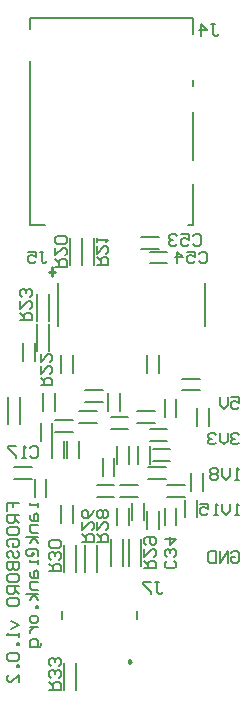
<source format=gbo>
G04*
G04 #@! TF.GenerationSoftware,Altium Limited,Altium Designer,21.8.1 (53)*
G04*
G04 Layer_Color=32896*
%FSLAX25Y25*%
%MOIN*%
G70*
G04*
G04 #@! TF.SameCoordinates,8CF8EC62-83D0-4302-AE6A-B584A4672486*
G04*
G04*
G04 #@! TF.FilePolarity,Positive*
G04*
G01*
G75*
%ADD10C,0.00984*%
%ADD12C,0.00787*%
%ADD13C,0.01000*%
%ADD14C,0.00591*%
%ADD15C,0.00656*%
%ADD16C,0.00658*%
D10*
X43957Y61102D02*
X43218Y61529D01*
Y60676D01*
X43957Y61102D01*
D12*
X68701Y173031D02*
Y187205D01*
X19488Y173031D02*
Y187205D01*
X45965Y75430D02*
Y78113D01*
X20965Y75430D02*
Y78113D01*
X10236Y272047D02*
Y275590D01*
X64567D01*
Y270472D02*
Y275590D01*
Y253150D02*
Y255118D01*
Y228346D02*
Y244488D01*
Y206693D02*
Y220472D01*
X62992Y206693D02*
X64567D01*
X10236D02*
X15354D01*
X10236D02*
Y261417D01*
D13*
X16732Y191142D02*
X18701D01*
X17520Y189567D02*
Y192717D01*
D14*
X25622Y51602D02*
Y60602D01*
X21622Y51602D02*
Y60602D01*
Y90972D02*
Y99972D01*
X25622Y90972D02*
Y99972D01*
X43276Y92941D02*
Y101941D01*
X47276Y92941D02*
Y101941D01*
X37370Y92941D02*
Y101941D01*
X41370Y92941D02*
Y101941D01*
X6921Y140480D02*
Y149480D01*
X2921Y140480D02*
Y149480D01*
X28512Y90972D02*
Y99972D01*
X32512Y90972D02*
Y99972D01*
X12764Y174634D02*
Y183634D01*
X16764Y174634D02*
Y183634D01*
Y164791D02*
Y173791D01*
X12764Y164791D02*
Y173791D01*
X27528Y193335D02*
Y202335D01*
X31528Y193335D02*
Y202335D01*
X23591Y193335D02*
Y202335D01*
X27591Y193335D02*
Y202335D01*
X37165Y142717D02*
X43071D01*
X37165Y138779D02*
X43071D01*
X56102Y116142D02*
X62008D01*
X56102Y120079D02*
X62008D01*
X18701Y141732D02*
X24606D01*
X18701Y137795D02*
X24606D01*
X50197Y197835D02*
X56102D01*
X50197Y193898D02*
X56102D01*
X47244Y198819D02*
X53150D01*
X47244Y202756D02*
X53150D01*
X50197Y134843D02*
X56102D01*
X50197Y138779D02*
X56102D01*
X55118Y106535D02*
Y112441D01*
X59055Y106535D02*
Y112441D01*
X65945Y109252D02*
Y115157D01*
X62008Y109252D02*
Y115157D01*
X38386Y123031D02*
Y128937D01*
X34449Y123031D02*
Y128937D01*
X40354Y120079D02*
X46260D01*
X40354Y116142D02*
X46260D01*
X50197Y126969D02*
Y132874D01*
X46260Y126969D02*
Y132874D01*
X49646Y122047D02*
X55551D01*
X49646Y125984D02*
X55551D01*
X39370Y126969D02*
Y132874D01*
X43307Y126969D02*
Y132874D01*
X49213Y105315D02*
Y111221D01*
X53150Y105315D02*
Y111221D01*
X67913Y118110D02*
Y124016D01*
X63976Y118110D02*
Y124016D01*
X17717Y134843D02*
Y140748D01*
X13780Y134843D02*
Y140748D01*
X21654Y128937D02*
Y134843D01*
X17717Y128937D02*
Y134843D01*
X18701Y144685D02*
Y150591D01*
X14764Y144685D02*
Y150591D01*
X26575Y128937D02*
Y134843D01*
X22638Y128937D02*
Y134843D01*
X11811Y116142D02*
Y122047D01*
X15748Y116142D02*
Y122047D01*
X4921D02*
X10827D01*
X4921Y125984D02*
X10827D01*
X49213Y157480D02*
Y163386D01*
X53150Y157480D02*
Y163386D01*
X24606Y157480D02*
Y163386D01*
X20669Y157480D02*
Y163386D01*
X28543Y147638D02*
X34449D01*
X28543Y151575D02*
X34449D01*
X20669Y107283D02*
Y113189D01*
X24606Y107283D02*
Y113189D01*
X7874Y161417D02*
Y167323D01*
X11811Y161417D02*
Y167323D01*
X59055Y142717D02*
Y148622D01*
X55118Y142717D02*
Y148622D01*
X61024Y155512D02*
X66929D01*
X61024Y151575D02*
X66929D01*
X32480Y120079D02*
X38386D01*
X32480Y116142D02*
X38386D01*
X44291Y108268D02*
Y114173D01*
X48228Y108268D02*
Y114173D01*
X51181Y127953D02*
X57087D01*
X51181Y131890D02*
X57087D01*
X43307Y106535D02*
Y112441D01*
X39370Y106535D02*
Y112441D01*
X36417Y144685D02*
Y150591D01*
X40354Y144685D02*
Y150591D01*
X46024Y144685D02*
X51929D01*
X46024Y140748D02*
X51929D01*
X26575D02*
X32480D01*
X26575Y144685D02*
X32480D01*
X65945Y139764D02*
Y145669D01*
X69882Y139764D02*
Y145669D01*
D15*
X77429Y97440D02*
X78085Y98096D01*
X79396D01*
X80053Y97440D01*
Y94816D01*
X79396Y94160D01*
X78085D01*
X77429Y94816D01*
Y96128D01*
X78741D01*
X76117Y94160D02*
Y98096D01*
X73493Y94160D01*
Y98096D01*
X72181D02*
Y94160D01*
X70213D01*
X69557Y94816D01*
Y97440D01*
X70213Y98096D01*
X72181D01*
X80053Y109908D02*
X78741D01*
X79396D01*
Y113844D01*
X80053Y113188D01*
X76773Y113844D02*
Y111220D01*
X75461Y109908D01*
X74149Y111220D01*
Y113844D01*
X72837Y109908D02*
X71525D01*
X72181D01*
Y113844D01*
X72837Y113188D01*
X66933Y113844D02*
X69557D01*
Y111876D01*
X68245Y112532D01*
X67589D01*
X66933Y111876D01*
Y110564D01*
X67589Y109908D01*
X68901D01*
X69557Y110564D01*
X80053Y121719D02*
X78741D01*
X79396D01*
Y125655D01*
X80053Y124999D01*
X76773Y125655D02*
Y123031D01*
X75461Y121719D01*
X74149Y123031D01*
Y125655D01*
X72837Y124999D02*
X72181Y125655D01*
X70869D01*
X70213Y124999D01*
Y124343D01*
X70869Y123687D01*
X70213Y123031D01*
Y122375D01*
X70869Y121719D01*
X72181D01*
X72837Y122375D01*
Y123031D01*
X72181Y123687D01*
X72837Y124343D01*
Y124999D01*
X72181Y123687D02*
X70869D01*
X80053Y136810D02*
X79396Y137466D01*
X78085D01*
X77429Y136810D01*
Y136154D01*
X78085Y135498D01*
X78741D01*
X78085D01*
X77429Y134842D01*
Y134186D01*
X78085Y133530D01*
X79396D01*
X80053Y134186D01*
X76117Y137466D02*
Y134842D01*
X74805Y133530D01*
X73493Y134842D01*
Y137466D01*
X72181Y136810D02*
X71525Y137466D01*
X70213D01*
X69557Y136810D01*
Y136154D01*
X70213Y135498D01*
X70869D01*
X70213D01*
X69557Y134842D01*
Y134186D01*
X70213Y133530D01*
X71525D01*
X72181Y134186D01*
X77429Y149277D02*
X80053D01*
Y147309D01*
X78741Y147965D01*
X78085D01*
X77429Y147309D01*
Y145997D01*
X78085Y145341D01*
X79396D01*
X80053Y145997D01*
X76117Y149277D02*
Y146653D01*
X74805Y145341D01*
X73493Y146653D01*
Y149277D01*
D16*
X2558Y111286D02*
Y113909D01*
X4526D01*
Y112598D01*
Y113909D01*
X6494D01*
Y109974D02*
X2558D01*
Y108006D01*
X3214Y107350D01*
X4526D01*
X5182Y108006D01*
Y109974D01*
Y108662D02*
X6494Y107350D01*
X2558Y104070D02*
Y105382D01*
X3214Y106038D01*
X5838D01*
X6494Y105382D01*
Y104070D01*
X5838Y103414D01*
X3214D01*
X2558Y104070D01*
X3214Y99478D02*
X2558Y100134D01*
Y101446D01*
X3214Y102102D01*
X5838D01*
X6494Y101446D01*
Y100134D01*
X5838Y99478D01*
X4526D01*
Y100790D01*
X3214Y95543D02*
X2558Y96199D01*
Y97510D01*
X3214Y98167D01*
X3870D01*
X4526Y97510D01*
Y96199D01*
X5182Y95543D01*
X5838D01*
X6494Y96199D01*
Y97510D01*
X5838Y98167D01*
X2558Y94231D02*
X6494D01*
Y92263D01*
X5838Y91607D01*
X5182D01*
X4526Y92263D01*
Y94231D01*
Y92263D01*
X3870Y91607D01*
X3214D01*
X2558Y92263D01*
Y94231D01*
Y88327D02*
Y89639D01*
X3214Y90295D01*
X5838D01*
X6494Y89639D01*
Y88327D01*
X5838Y87671D01*
X3214D01*
X2558Y88327D01*
X6494Y86359D02*
X2558D01*
Y84391D01*
X3214Y83736D01*
X4526D01*
X5182Y84391D01*
Y86359D01*
Y85047D02*
X6494Y83736D01*
X2558Y80456D02*
Y81768D01*
X3214Y82424D01*
X5838D01*
X6494Y81768D01*
Y80456D01*
X5838Y79800D01*
X3214D01*
X2558Y80456D01*
X3870Y74552D02*
X6494Y73240D01*
X3870Y71928D01*
X6494Y70616D02*
Y69304D01*
Y69960D01*
X2558D01*
X3214Y70616D01*
X6494Y67336D02*
X5838D01*
Y66681D01*
X6494D01*
Y67336D01*
X3214Y64057D02*
X2558Y63401D01*
Y62089D01*
X3214Y61433D01*
X5838D01*
X6494Y62089D01*
Y63401D01*
X5838Y64057D01*
X3214D01*
X6494Y60121D02*
X5838D01*
Y59465D01*
X6494D01*
Y60121D01*
Y54217D02*
Y56841D01*
X3870Y54217D01*
X3214D01*
X2558Y54873D01*
Y56185D01*
X3214Y56841D01*
X12794Y113909D02*
Y112598D01*
Y113253D01*
X10171D01*
Y113909D01*
Y109974D02*
Y108662D01*
X10826Y108006D01*
X12794D01*
Y109974D01*
X12138Y110630D01*
X11483Y109974D01*
Y108006D01*
X12794Y106694D02*
X10171D01*
Y104726D01*
X10826Y104070D01*
X12794D01*
Y102758D02*
X8859D01*
X11483D02*
X10171Y100790D01*
X11483Y102758D02*
X12794Y100790D01*
X11483Y96855D02*
X10826D01*
Y97510D01*
X11483D01*
Y96855D01*
X10826Y96199D01*
X9515D01*
X8859Y96855D01*
Y98167D01*
X9515Y98822D01*
X12138D01*
X12794Y98167D01*
Y96199D01*
Y94887D02*
Y93575D01*
Y94231D01*
X10171D01*
Y94887D01*
Y90951D02*
Y89639D01*
X10826Y88983D01*
X12794D01*
Y90951D01*
X12138Y91607D01*
X11483Y90951D01*
Y88983D01*
X12794Y87671D02*
X10171D01*
Y85703D01*
X10826Y85047D01*
X12794D01*
Y83736D02*
X8859D01*
X11483D02*
X10171Y81768D01*
X11483Y83736D02*
X12794Y81768D01*
Y79800D02*
X12138D01*
Y79144D01*
X12794D01*
Y79800D01*
Y75864D02*
Y74552D01*
X12138Y73896D01*
X10826D01*
X10171Y74552D01*
Y75864D01*
X10826Y76520D01*
X12138D01*
X12794Y75864D01*
X10171Y72584D02*
X12794D01*
X11483D01*
X10826Y71928D01*
X10171Y71272D01*
Y70616D01*
X14106Y67336D02*
Y66681D01*
X13450Y66025D01*
X10171D01*
Y67993D01*
X10826Y68648D01*
X12138D01*
X12794Y67993D01*
Y66025D01*
X51837Y87598D02*
X53149D01*
X52493D01*
Y84318D01*
X53149Y83662D01*
X53805D01*
X54461Y84318D01*
X50525Y87598D02*
X47901D01*
Y86942D01*
X50525Y84318D01*
Y83662D01*
X16733Y51839D02*
X20669D01*
Y53807D01*
X20013Y54463D01*
X18701D01*
X18045Y53807D01*
Y51839D01*
Y53151D02*
X16733Y54463D01*
X20013Y55775D02*
X20669Y56431D01*
Y57743D01*
X20013Y58398D01*
X19357D01*
X18701Y57743D01*
Y57087D01*
Y57743D01*
X18045Y58398D01*
X17389D01*
X16733Y57743D01*
Y56431D01*
X17389Y55775D01*
X20013Y59710D02*
X20669Y60366D01*
Y61678D01*
X20013Y62334D01*
X19357D01*
X18701Y61678D01*
Y61022D01*
Y61678D01*
X18045Y62334D01*
X17389D01*
X16733Y61678D01*
Y60366D01*
X17389Y59710D01*
X16733Y91209D02*
X20669D01*
Y93177D01*
X20013Y93833D01*
X18701D01*
X18045Y93177D01*
Y91209D01*
Y92521D02*
X16733Y93833D01*
X20013Y95145D02*
X20669Y95801D01*
Y97113D01*
X20013Y97769D01*
X19357D01*
X18701Y97113D01*
Y96457D01*
Y97113D01*
X18045Y97769D01*
X17389D01*
X16733Y97113D01*
Y95801D01*
X17389Y95145D01*
X20013Y99080D02*
X20669Y99736D01*
Y101048D01*
X20013Y101704D01*
X17389D01*
X16733Y101048D01*
Y99736D01*
X17389Y99080D01*
X20013D01*
X48229Y92193D02*
X52165D01*
Y94161D01*
X51509Y94817D01*
X50197D01*
X49541Y94161D01*
Y92193D01*
Y93505D02*
X48229Y94817D01*
Y98753D02*
Y96129D01*
X50853Y98753D01*
X51509D01*
X52165Y98097D01*
Y96785D01*
X51509Y96129D01*
X48885Y100065D02*
X48229Y100721D01*
Y102033D01*
X48885Y102689D01*
X51509D01*
X52165Y102033D01*
Y100721D01*
X51509Y100065D01*
X50853D01*
X50197Y100721D01*
Y102689D01*
X32481Y101051D02*
X36417D01*
Y103019D01*
X35761Y103675D01*
X34449D01*
X33793Y103019D01*
Y101051D01*
Y102364D02*
X32481Y103675D01*
Y107611D02*
Y104987D01*
X35105Y107611D01*
X35761D01*
X36417Y106955D01*
Y105643D01*
X35761Y104987D01*
Y108923D02*
X36417Y109579D01*
Y110891D01*
X35761Y111547D01*
X35105D01*
X34449Y110891D01*
X33793Y111547D01*
X33137D01*
X32481Y110891D01*
Y109579D01*
X33137Y108923D01*
X33793D01*
X34449Y109579D01*
X35105Y108923D01*
X35761D01*
X34449Y109579D02*
Y110891D01*
X27560Y101051D02*
X31495D01*
Y103019D01*
X30839Y103675D01*
X29528D01*
X28872Y103019D01*
Y101051D01*
Y102364D02*
X27560Y103675D01*
Y107611D02*
Y104987D01*
X30184Y107611D01*
X30839D01*
X31495Y106955D01*
Y105643D01*
X30839Y104987D01*
X31495Y111547D02*
X30839Y110235D01*
X29528Y108923D01*
X28216D01*
X27560Y109579D01*
Y110891D01*
X28216Y111547D01*
X28872D01*
X29528Y110891D01*
Y108923D01*
X6890Y174871D02*
X10826D01*
Y176838D01*
X10170Y177494D01*
X8858D01*
X8202Y176838D01*
Y174871D01*
Y176182D02*
X6890Y177494D01*
Y181430D02*
Y178806D01*
X9514Y181430D01*
X10170D01*
X10826Y180774D01*
Y179462D01*
X10170Y178806D01*
Y182742D02*
X10826Y183398D01*
Y184710D01*
X10170Y185366D01*
X9514D01*
X8858Y184710D01*
Y184054D01*
Y184710D01*
X8202Y185366D01*
X7546D01*
X6890Y184710D01*
Y183398D01*
X7546Y182742D01*
X13780Y153217D02*
X17716D01*
Y155185D01*
X17060Y155841D01*
X15748D01*
X15092Y155185D01*
Y153217D01*
Y154529D02*
X13780Y155841D01*
Y159776D02*
Y157153D01*
X16404Y159776D01*
X17060D01*
X17716Y159121D01*
Y157809D01*
X17060Y157153D01*
X13780Y163712D02*
Y161088D01*
X16404Y163712D01*
X17060D01*
X17716Y163056D01*
Y161744D01*
X17060Y161088D01*
X32481Y193243D02*
X36417D01*
Y195211D01*
X35761Y195867D01*
X34449D01*
X33793Y195211D01*
Y193243D01*
Y194555D02*
X32481Y195867D01*
Y199802D02*
Y197179D01*
X35105Y199802D01*
X35761D01*
X36417Y199147D01*
Y197835D01*
X35761Y197179D01*
X32481Y201114D02*
Y202426D01*
Y201770D01*
X36417D01*
X35761Y201114D01*
X18701Y192587D02*
X22637D01*
Y194555D01*
X21981Y195211D01*
X20669D01*
X20013Y194555D01*
Y192587D01*
Y193899D02*
X18701Y195211D01*
Y199147D02*
Y196523D01*
X21325Y199147D01*
X21981D01*
X22637Y198491D01*
Y197179D01*
X21981Y196523D01*
Y200459D02*
X22637Y201114D01*
Y202426D01*
X21981Y203082D01*
X19357D01*
X18701Y202426D01*
Y201114D01*
X19357Y200459D01*
X21981D01*
X13451Y197834D02*
X14763D01*
X14107D01*
Y194554D01*
X14763Y193898D01*
X15419D01*
X16075Y194554D01*
X9516Y197834D02*
X12139D01*
Y195866D01*
X10827Y196522D01*
X10171D01*
X9516Y195866D01*
Y194554D01*
X10171Y193898D01*
X11483D01*
X12139Y194554D01*
X70538Y273621D02*
X71850D01*
X71194D01*
Y270342D01*
X71850Y269686D01*
X72506D01*
X73162Y270342D01*
X67258Y269686D02*
Y273621D01*
X69226Y271654D01*
X66602D01*
X66600Y197178D02*
X67256Y197834D01*
X68568D01*
X69224Y197178D01*
Y194554D01*
X68568Y193898D01*
X67256D01*
X66600Y194554D01*
X62665Y197834D02*
X65288D01*
Y195866D01*
X63976Y196522D01*
X63320D01*
X62665Y195866D01*
Y194554D01*
X63320Y193898D01*
X64632D01*
X65288Y194554D01*
X59385Y193898D02*
Y197834D01*
X61352Y195866D01*
X58729D01*
X64632Y203084D02*
X65288Y203740D01*
X66600D01*
X67256Y203084D01*
Y200460D01*
X66600Y199804D01*
X65288D01*
X64632Y200460D01*
X60696Y203740D02*
X63320D01*
Y201772D01*
X62008Y202428D01*
X61352D01*
X60696Y201772D01*
Y200460D01*
X61352Y199804D01*
X62664D01*
X63320Y200460D01*
X59384Y203084D02*
X58728Y203740D01*
X57416D01*
X56760Y203084D01*
Y202428D01*
X57416Y201772D01*
X58072D01*
X57416D01*
X56760Y201116D01*
Y200460D01*
X57416Y199804D01*
X58728D01*
X59384Y200460D01*
X58398Y94817D02*
X59054Y94161D01*
Y92849D01*
X58398Y92193D01*
X55775D01*
X55119Y92849D01*
Y94161D01*
X55775Y94817D01*
X58398Y96129D02*
X59054Y96785D01*
Y98097D01*
X58398Y98753D01*
X57743D01*
X57087Y98097D01*
Y97441D01*
Y98097D01*
X56431Y98753D01*
X55775D01*
X55119Y98097D01*
Y96785D01*
X55775Y96129D01*
X55119Y102033D02*
X59054D01*
X57087Y100065D01*
Y102689D01*
X10170Y132217D02*
X10826Y132873D01*
X12138D01*
X12794Y132217D01*
Y129594D01*
X12138Y128938D01*
X10826D01*
X10170Y129594D01*
X8858Y128938D02*
X7546D01*
X8202D01*
Y132873D01*
X8858Y132217D01*
X5578Y132873D02*
X2954D01*
Y132217D01*
X5578Y129594D01*
Y128938D01*
M02*

</source>
